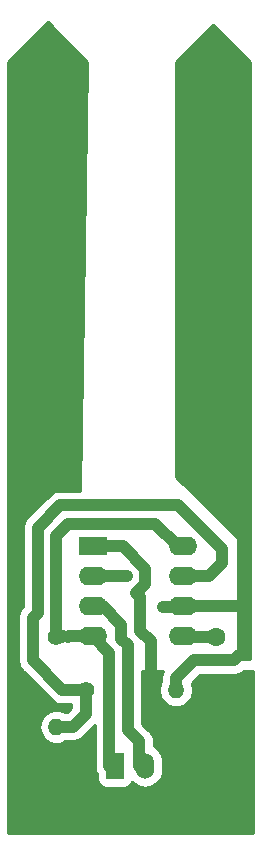
<source format=gbr>
G04 #@! TF.GenerationSoftware,KiCad,Pcbnew,5.0.0*
G04 #@! TF.CreationDate,2018-12-05T22:45:07-02:00*
G04 #@! TF.ProjectId,Soil Moisture Sensor,536F696C204D6F697374757265205365,rev?*
G04 #@! TF.SameCoordinates,PX802e2cfPY72af761*
G04 #@! TF.FileFunction,Copper,L2,Bot,Signal*
G04 #@! TF.FilePolarity,Positive*
%FSLAX46Y46*%
G04 Gerber Fmt 4.6, Leading zero omitted, Abs format (unit mm)*
G04 Created by KiCad (PCBNEW 5.0.0) date Wed Dec  5 22:45:07 2018*
%MOMM*%
%LPD*%
G01*
G04 APERTURE LIST*
G04 #@! TA.AperFunction,ComponentPad*
%ADD10R,2.400000X1.600000*%
G04 #@! TD*
G04 #@! TA.AperFunction,ComponentPad*
%ADD11O,2.400000X1.600000*%
G04 #@! TD*
G04 #@! TA.AperFunction,ComponentPad*
%ADD12O,1.524000X2.197100*%
G04 #@! TD*
G04 #@! TA.AperFunction,ComponentPad*
%ADD13R,1.524000X2.197100*%
G04 #@! TD*
G04 #@! TA.AperFunction,ComponentPad*
%ADD14C,1.600000*%
G04 #@! TD*
G04 #@! TA.AperFunction,ComponentPad*
%ADD15O,1.400000X1.400000*%
G04 #@! TD*
G04 #@! TA.AperFunction,ComponentPad*
%ADD16C,1.400000*%
G04 #@! TD*
G04 #@! TA.AperFunction,ViaPad*
%ADD17C,1.000000*%
G04 #@! TD*
G04 #@! TA.AperFunction,Conductor*
%ADD18C,1.000000*%
G04 #@! TD*
G04 #@! TA.AperFunction,Conductor*
%ADD19C,0.254000*%
G04 #@! TD*
G04 APERTURE END LIST*
D10*
G04 #@! TO.P,U1,1*
G04 #@! TO.N,GND*
X7310000Y24400000D03*
D11*
G04 #@! TO.P,U1,5*
G04 #@! TO.N,Net-(C1-Pad2)*
X14930000Y16780000D03*
G04 #@! TO.P,U1,2*
G04 #@! TO.N,SENS1*
X7310000Y21860000D03*
G04 #@! TO.P,U1,6*
X14930000Y19320000D03*
G04 #@! TO.P,U1,3*
G04 #@! TO.N,SGN*
X7310000Y19320000D03*
G04 #@! TO.P,U1,7*
G04 #@! TO.N,Net-(R1-Pad1)*
X14930000Y21860000D03*
G04 #@! TO.P,U1,4*
G04 #@! TO.N,+5V*
X7310000Y16780000D03*
G04 #@! TO.P,U1,8*
X14930000Y24400000D03*
G04 #@! TD*
D12*
G04 #@! TO.P,P1,3*
G04 #@! TO.N,GND*
X14290000Y5826200D03*
D13*
G04 #@! TO.P,P1,1*
G04 #@! TO.N,+5V*
X9210000Y5826200D03*
D12*
G04 #@! TO.P,P1,2*
G04 #@! TO.N,SGN*
X11750000Y5826200D03*
G04 #@! TD*
D14*
G04 #@! TO.P,C1,1*
G04 #@! TO.N,GND*
X17750000Y11750000D03*
G04 #@! TO.P,C1,2*
G04 #@! TO.N,Net-(C1-Pad2)*
X17750000Y16750000D03*
G04 #@! TD*
D15*
G04 #@! TO.P,R1,2*
G04 #@! TO.N,SENS1*
X14370000Y12250000D03*
D16*
G04 #@! TO.P,R1,1*
G04 #@! TO.N,Net-(R1-Pad1)*
X6750000Y12250000D03*
G04 #@! TD*
G04 #@! TO.P,R2,1*
G04 #@! TO.N,+5V*
X4250000Y16750000D03*
D15*
G04 #@! TO.P,R2,2*
G04 #@! TO.N,Net-(R1-Pad1)*
X4250000Y9130000D03*
G04 #@! TD*
D17*
G04 #@! TO.N,SENS1*
X10190000Y21860000D03*
X13250000Y19250000D03*
G04 #@! TD*
D18*
G04 #@! TO.N,GND*
X13790000Y7790000D02*
X17750000Y11750000D01*
X13790000Y5826200D02*
X13790000Y7790000D01*
X12250000Y10750000D02*
X13790000Y9210000D01*
X9912755Y24400000D02*
X11790010Y22522745D01*
X13790000Y9210000D02*
X13790000Y7790000D01*
X11790010Y22522745D02*
X11790010Y21197255D01*
X12250000Y16372981D02*
X12250000Y10750000D01*
X11350010Y17272971D02*
X12250000Y16372981D01*
X7310000Y24400000D02*
X9912755Y24400000D01*
X11350010Y20117213D02*
X11350010Y17272971D01*
X11790010Y21197255D02*
X11029989Y20437234D01*
X11029989Y20437234D02*
X11350010Y20117213D01*
G04 #@! TO.N,Net-(C1-Pad2)*
X14960000Y16750000D02*
X14930000Y16780000D01*
X17750000Y16750000D02*
X14960000Y16750000D01*
G04 #@! TO.N,+5V*
X4780000Y16780000D02*
X4750000Y16750000D01*
X5280000Y16780000D02*
X5250000Y16750000D01*
X7310000Y16780000D02*
X5280000Y16780000D01*
X8710000Y15380000D02*
X7310000Y16780000D01*
X8710000Y5826200D02*
X8710000Y15380000D01*
X4250000Y25320002D02*
X4250000Y17739949D01*
X5229999Y26300001D02*
X4250000Y25320002D01*
X4250000Y17739949D02*
X4250000Y16750000D01*
X12629999Y26300001D02*
X5229999Y26300001D01*
X14530000Y24400000D02*
X12629999Y26300001D01*
X14930000Y24400000D02*
X14530000Y24400000D01*
G04 #@! TO.N,SGN*
X11250000Y7924750D02*
X10310010Y8864740D01*
X11250000Y5826200D02*
X11250000Y7924750D01*
X7310000Y19320000D02*
X8180000Y19320000D01*
X8180000Y19320000D02*
X9750000Y17750000D01*
X10310010Y16042745D02*
X10310010Y8864740D01*
X9750000Y16602755D02*
X10310010Y16042745D01*
X9750000Y17750000D02*
X9750000Y16602755D01*
G04 #@! TO.N,SENS1*
X10190000Y21860000D02*
X9510000Y21860000D01*
X9510000Y21860000D02*
X7310000Y21860000D01*
X14860000Y19250000D02*
X14930000Y19320000D01*
X13250000Y19250000D02*
X14860000Y19250000D01*
X14370000Y13239949D02*
X15880051Y14750000D01*
X14370000Y12250000D02*
X14370000Y13239949D01*
X15880051Y14750000D02*
X19250000Y14750000D01*
X19250000Y14750000D02*
X19750000Y15250000D01*
X17992002Y19320000D02*
X14930000Y19320000D01*
X19824990Y19315010D02*
X19820000Y19320000D01*
X19820000Y19320000D02*
X17992002Y19320000D01*
G04 #@! TO.N,Net-(R1-Pad1)*
X4250000Y9130000D02*
X5630000Y9130000D01*
X6750000Y10250000D02*
X6750000Y12250000D01*
X5630000Y9130000D02*
X6750000Y10250000D01*
X4750000Y12250000D02*
X6750000Y12250000D01*
X2649990Y25982747D02*
X2649990Y18750000D01*
X2649990Y18750000D02*
X2250000Y18350010D01*
X17130000Y21860000D02*
X18250000Y22980000D01*
X2250000Y18350010D02*
X2250000Y14750000D01*
X14930000Y21860000D02*
X17130000Y21860000D01*
X2250000Y14750000D02*
X4750000Y12250000D01*
X18250000Y22980000D02*
X18250000Y24167019D01*
X18250000Y24167019D02*
X14517008Y27900011D01*
X4567254Y27900011D02*
X2649990Y25982747D01*
X14517008Y27900011D02*
X4567254Y27900011D01*
G04 #@! TD*
D19*
G04 #@! TO.N,SENS1*
G36*
X20623000Y65447394D02*
X20623000Y14877000D01*
X19627000Y14877000D01*
X19627000Y25000000D01*
X19617333Y25048601D01*
X19589803Y25089803D01*
X14377000Y30302606D01*
X14377000Y65447394D01*
X17500000Y68570394D01*
X20623000Y65447394D01*
X20623000Y65447394D01*
G37*
X20623000Y65447394D02*
X20623000Y14877000D01*
X19627000Y14877000D01*
X19627000Y25000000D01*
X19617333Y25048601D01*
X19589803Y25089803D01*
X14377000Y30302606D01*
X14377000Y65447394D01*
X17500000Y68570394D01*
X20623000Y65447394D01*
G04 #@! TO.N,GND*
G36*
X6872040Y65448354D02*
X6211652Y29127011D01*
X4688097Y29127011D01*
X4567254Y29151048D01*
X4446411Y29127011D01*
X4446407Y29127011D01*
X4088502Y29055819D01*
X3682637Y28784628D01*
X3614184Y28682181D01*
X1867823Y26935819D01*
X1765373Y26867364D01*
X1494182Y26461498D01*
X1422990Y26103593D01*
X1422990Y26103590D01*
X1398953Y25982747D01*
X1422990Y25861904D01*
X1422991Y19273119D01*
X1365383Y19234627D01*
X1094192Y18828761D01*
X1023000Y18470856D01*
X1023000Y18470853D01*
X998963Y18350010D01*
X1023000Y18229167D01*
X1023001Y14870847D01*
X998963Y14750000D01*
X1094192Y14271250D01*
X1296929Y13967832D01*
X1296930Y13967831D01*
X1365384Y13865383D01*
X1467831Y13796930D01*
X3796930Y11467830D01*
X3865383Y11365383D01*
X4271248Y11094192D01*
X4629153Y11023000D01*
X4629157Y11023000D01*
X4750000Y10998963D01*
X4870843Y11023000D01*
X5523000Y11023000D01*
X5523000Y10758240D01*
X5121761Y10357000D01*
X4982196Y10357000D01*
X4806788Y10474204D01*
X4390544Y10557000D01*
X4109456Y10557000D01*
X3693212Y10474204D01*
X3221191Y10158809D01*
X2905796Y9686788D01*
X2795044Y9130000D01*
X2905796Y8573212D01*
X3221191Y8101191D01*
X3693212Y7785796D01*
X4109456Y7703000D01*
X4390544Y7703000D01*
X4806788Y7785796D01*
X4982196Y7903000D01*
X5509157Y7903000D01*
X5630000Y7878963D01*
X5750843Y7903000D01*
X5750847Y7903000D01*
X6108752Y7974192D01*
X6514617Y8245383D01*
X6583072Y8347833D01*
X7483000Y9247761D01*
X7483000Y5705354D01*
X7554192Y5347449D01*
X7706758Y5119118D01*
X7706758Y4727650D01*
X7763182Y4443989D01*
X7923863Y4203513D01*
X8164339Y4042832D01*
X8448000Y3986408D01*
X9972000Y3986408D01*
X10255661Y4042832D01*
X10496137Y4203513D01*
X10656818Y4443989D01*
X10657062Y4445218D01*
X10676491Y4416141D01*
X11169022Y4087043D01*
X11750000Y3971479D01*
X12330979Y4087043D01*
X12823509Y4416141D01*
X13152607Y4908671D01*
X13239000Y5342999D01*
X13239000Y6309402D01*
X13152607Y6743729D01*
X12823509Y7236259D01*
X12477000Y7467788D01*
X12477000Y7803907D01*
X12501037Y7924750D01*
X12477000Y8045593D01*
X12477000Y8045597D01*
X12405808Y8403502D01*
X12335698Y8508429D01*
X12203072Y8706919D01*
X12203068Y8706923D01*
X12134617Y8809367D01*
X12032172Y8877819D01*
X11537010Y9372980D01*
X11537010Y13873000D01*
X13317292Y13873000D01*
X13214192Y13718701D01*
X13143000Y13360796D01*
X13143000Y13360792D01*
X13118963Y13239949D01*
X13143000Y13119106D01*
X13143000Y12982196D01*
X13025796Y12806788D01*
X12915044Y12250000D01*
X13025796Y11693212D01*
X13341191Y11221191D01*
X13813212Y10905796D01*
X14229456Y10823000D01*
X14510544Y10823000D01*
X14926788Y10905796D01*
X15398809Y11221191D01*
X15714204Y11693212D01*
X15824956Y12250000D01*
X15714204Y12806788D01*
X15697331Y12832040D01*
X16388291Y13523000D01*
X19129157Y13523000D01*
X19250000Y13498963D01*
X19370843Y13523000D01*
X19370847Y13523000D01*
X19728752Y13594192D01*
X20134617Y13865383D01*
X20139707Y13873000D01*
X20873000Y13873000D01*
X20873000Y127000D01*
X127000Y127000D01*
X127000Y65447394D01*
X3500000Y68820394D01*
X6872040Y65448354D01*
X6872040Y65448354D01*
G37*
X6872040Y65448354D02*
X6211652Y29127011D01*
X4688097Y29127011D01*
X4567254Y29151048D01*
X4446411Y29127011D01*
X4446407Y29127011D01*
X4088502Y29055819D01*
X3682637Y28784628D01*
X3614184Y28682181D01*
X1867823Y26935819D01*
X1765373Y26867364D01*
X1494182Y26461498D01*
X1422990Y26103593D01*
X1422990Y26103590D01*
X1398953Y25982747D01*
X1422990Y25861904D01*
X1422991Y19273119D01*
X1365383Y19234627D01*
X1094192Y18828761D01*
X1023000Y18470856D01*
X1023000Y18470853D01*
X998963Y18350010D01*
X1023000Y18229167D01*
X1023001Y14870847D01*
X998963Y14750000D01*
X1094192Y14271250D01*
X1296929Y13967832D01*
X1296930Y13967831D01*
X1365384Y13865383D01*
X1467831Y13796930D01*
X3796930Y11467830D01*
X3865383Y11365383D01*
X4271248Y11094192D01*
X4629153Y11023000D01*
X4629157Y11023000D01*
X4750000Y10998963D01*
X4870843Y11023000D01*
X5523000Y11023000D01*
X5523000Y10758240D01*
X5121761Y10357000D01*
X4982196Y10357000D01*
X4806788Y10474204D01*
X4390544Y10557000D01*
X4109456Y10557000D01*
X3693212Y10474204D01*
X3221191Y10158809D01*
X2905796Y9686788D01*
X2795044Y9130000D01*
X2905796Y8573212D01*
X3221191Y8101191D01*
X3693212Y7785796D01*
X4109456Y7703000D01*
X4390544Y7703000D01*
X4806788Y7785796D01*
X4982196Y7903000D01*
X5509157Y7903000D01*
X5630000Y7878963D01*
X5750843Y7903000D01*
X5750847Y7903000D01*
X6108752Y7974192D01*
X6514617Y8245383D01*
X6583072Y8347833D01*
X7483000Y9247761D01*
X7483000Y5705354D01*
X7554192Y5347449D01*
X7706758Y5119118D01*
X7706758Y4727650D01*
X7763182Y4443989D01*
X7923863Y4203513D01*
X8164339Y4042832D01*
X8448000Y3986408D01*
X9972000Y3986408D01*
X10255661Y4042832D01*
X10496137Y4203513D01*
X10656818Y4443989D01*
X10657062Y4445218D01*
X10676491Y4416141D01*
X11169022Y4087043D01*
X11750000Y3971479D01*
X12330979Y4087043D01*
X12823509Y4416141D01*
X13152607Y4908671D01*
X13239000Y5342999D01*
X13239000Y6309402D01*
X13152607Y6743729D01*
X12823509Y7236259D01*
X12477000Y7467788D01*
X12477000Y7803907D01*
X12501037Y7924750D01*
X12477000Y8045593D01*
X12477000Y8045597D01*
X12405808Y8403502D01*
X12335698Y8508429D01*
X12203072Y8706919D01*
X12203068Y8706923D01*
X12134617Y8809367D01*
X12032172Y8877819D01*
X11537010Y9372980D01*
X11537010Y13873000D01*
X13317292Y13873000D01*
X13214192Y13718701D01*
X13143000Y13360796D01*
X13143000Y13360792D01*
X13118963Y13239949D01*
X13143000Y13119106D01*
X13143000Y12982196D01*
X13025796Y12806788D01*
X12915044Y12250000D01*
X13025796Y11693212D01*
X13341191Y11221191D01*
X13813212Y10905796D01*
X14229456Y10823000D01*
X14510544Y10823000D01*
X14926788Y10905796D01*
X15398809Y11221191D01*
X15714204Y11693212D01*
X15824956Y12250000D01*
X15714204Y12806788D01*
X15697331Y12832040D01*
X16388291Y13523000D01*
X19129157Y13523000D01*
X19250000Y13498963D01*
X19370843Y13523000D01*
X19370847Y13523000D01*
X19728752Y13594192D01*
X20134617Y13865383D01*
X20139707Y13873000D01*
X20873000Y13873000D01*
X20873000Y127000D01*
X127000Y127000D01*
X127000Y65447394D01*
X3500000Y68820394D01*
X6872040Y65448354D01*
G04 #@! TD*
M02*

</source>
